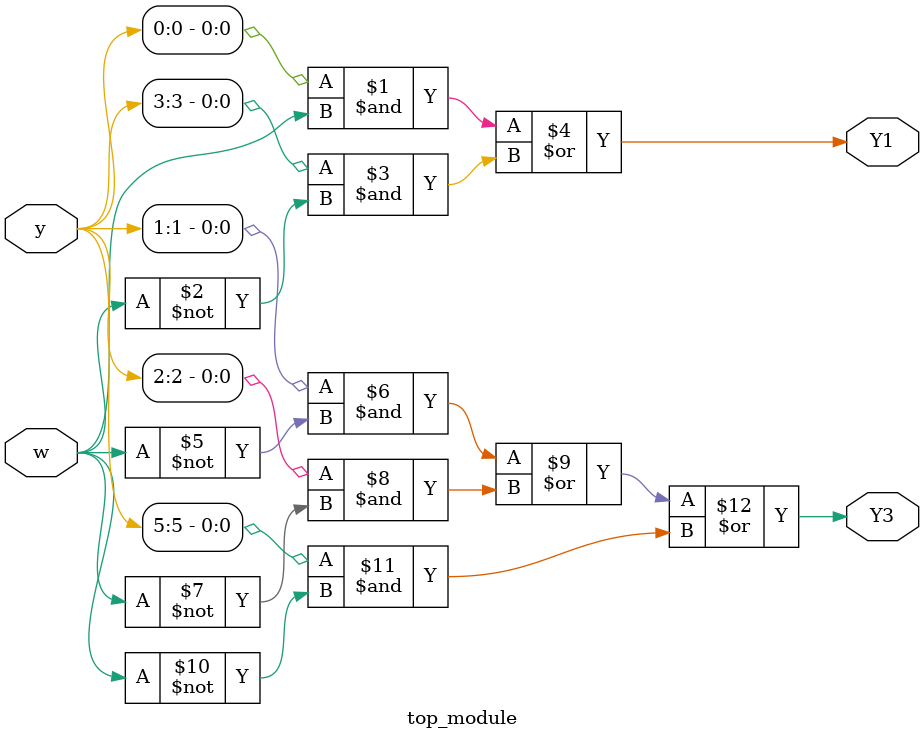
<source format=sv>
module top_module (
	input [5:0] y,
	input w,
	output Y1,
	output Y3
);

	// State assignments:
	// y = 000001 -> A
	// y = 000010 -> B
	// y = 000100 -> C
	// y = 001000 -> D
	// y = 010000 -> E
	// y = 100000 -> F

	assign Y1 = (y[0] & w) | (y[3] & ~w); // Y1 is 1 when Next state is B (0010)
	assign Y3 = (y[1] & ~w) | (y[2] & ~w) | (y[5] & ~w); // Y3 is 1 when Next state is D (1000)

endmodule

</source>
